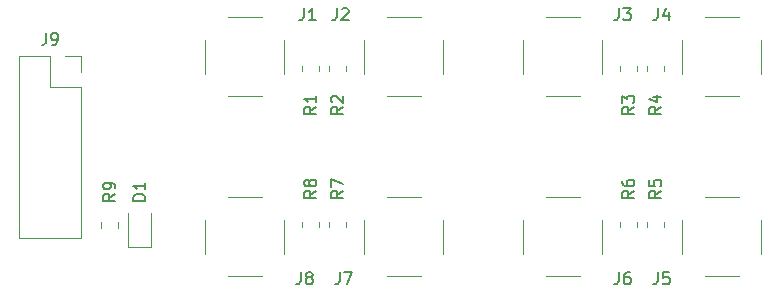
<source format=gto>
G04 #@! TF.GenerationSoftware,KiCad,Pcbnew,(6.0.6)*
G04 #@! TF.CreationDate,2022-07-31T00:45:43+09:00*
G04 #@! TF.ProjectId,mt_pmodsma,6d745f70-6d6f-4647-936d-612e6b696361,rev?*
G04 #@! TF.SameCoordinates,Original*
G04 #@! TF.FileFunction,Legend,Top*
G04 #@! TF.FilePolarity,Positive*
%FSLAX46Y46*%
G04 Gerber Fmt 4.6, Leading zero omitted, Abs format (unit mm)*
G04 Created by KiCad (PCBNEW (6.0.6)) date 2022-07-31 00:45:43*
%MOMM*%
%LPD*%
G01*
G04 APERTURE LIST*
%ADD10C,0.150000*%
%ADD11C,0.120000*%
G04 APERTURE END LIST*
D10*
X132762666Y-122388380D02*
X132762666Y-123102666D01*
X132715047Y-123245523D01*
X132619809Y-123340761D01*
X132476952Y-123388380D01*
X132381714Y-123388380D01*
X133715047Y-122388380D02*
X133238857Y-122388380D01*
X133191238Y-122864571D01*
X133238857Y-122816952D01*
X133334095Y-122769333D01*
X133572190Y-122769333D01*
X133667428Y-122816952D01*
X133715047Y-122864571D01*
X133762666Y-122959809D01*
X133762666Y-123197904D01*
X133715047Y-123293142D01*
X133667428Y-123340761D01*
X133572190Y-123388380D01*
X133334095Y-123388380D01*
X133238857Y-123340761D01*
X133191238Y-123293142D01*
X80966666Y-102117380D02*
X80966666Y-102831666D01*
X80919047Y-102974523D01*
X80823809Y-103069761D01*
X80680952Y-103117380D01*
X80585714Y-103117380D01*
X81490476Y-103117380D02*
X81680952Y-103117380D01*
X81776190Y-103069761D01*
X81823809Y-103022142D01*
X81919047Y-102879285D01*
X81966666Y-102688809D01*
X81966666Y-102307857D01*
X81919047Y-102212619D01*
X81871428Y-102165000D01*
X81776190Y-102117380D01*
X81585714Y-102117380D01*
X81490476Y-102165000D01*
X81442857Y-102212619D01*
X81395238Y-102307857D01*
X81395238Y-102545952D01*
X81442857Y-102641190D01*
X81490476Y-102688809D01*
X81585714Y-102736428D01*
X81776190Y-102736428D01*
X81871428Y-102688809D01*
X81919047Y-102641190D01*
X81966666Y-102545952D01*
X130754380Y-108370666D02*
X130278190Y-108704000D01*
X130754380Y-108942095D02*
X129754380Y-108942095D01*
X129754380Y-108561142D01*
X129802000Y-108465904D01*
X129849619Y-108418285D01*
X129944857Y-108370666D01*
X130087714Y-108370666D01*
X130182952Y-108418285D01*
X130230571Y-108465904D01*
X130278190Y-108561142D01*
X130278190Y-108942095D01*
X129754380Y-108037333D02*
X129754380Y-107418285D01*
X130135333Y-107751619D01*
X130135333Y-107608761D01*
X130182952Y-107513523D01*
X130230571Y-107465904D01*
X130325809Y-107418285D01*
X130563904Y-107418285D01*
X130659142Y-107465904D01*
X130706761Y-107513523D01*
X130754380Y-107608761D01*
X130754380Y-107894476D01*
X130706761Y-107989714D01*
X130659142Y-108037333D01*
X102536666Y-122388380D02*
X102536666Y-123102666D01*
X102489047Y-123245523D01*
X102393809Y-123340761D01*
X102250952Y-123388380D01*
X102155714Y-123388380D01*
X103155714Y-122816952D02*
X103060476Y-122769333D01*
X103012857Y-122721714D01*
X102965238Y-122626476D01*
X102965238Y-122578857D01*
X103012857Y-122483619D01*
X103060476Y-122436000D01*
X103155714Y-122388380D01*
X103346190Y-122388380D01*
X103441428Y-122436000D01*
X103489047Y-122483619D01*
X103536666Y-122578857D01*
X103536666Y-122626476D01*
X103489047Y-122721714D01*
X103441428Y-122769333D01*
X103346190Y-122816952D01*
X103155714Y-122816952D01*
X103060476Y-122864571D01*
X103012857Y-122912190D01*
X102965238Y-123007428D01*
X102965238Y-123197904D01*
X103012857Y-123293142D01*
X103060476Y-123340761D01*
X103155714Y-123388380D01*
X103346190Y-123388380D01*
X103441428Y-123340761D01*
X103489047Y-123293142D01*
X103536666Y-123197904D01*
X103536666Y-123007428D01*
X103489047Y-122912190D01*
X103441428Y-122864571D01*
X103346190Y-122816952D01*
X106116380Y-108370666D02*
X105640190Y-108704000D01*
X106116380Y-108942095D02*
X105116380Y-108942095D01*
X105116380Y-108561142D01*
X105164000Y-108465904D01*
X105211619Y-108418285D01*
X105306857Y-108370666D01*
X105449714Y-108370666D01*
X105544952Y-108418285D01*
X105592571Y-108465904D01*
X105640190Y-108561142D01*
X105640190Y-108942095D01*
X105211619Y-107989714D02*
X105164000Y-107942095D01*
X105116380Y-107846857D01*
X105116380Y-107608761D01*
X105164000Y-107513523D01*
X105211619Y-107465904D01*
X105306857Y-107418285D01*
X105402095Y-107418285D01*
X105544952Y-107465904D01*
X106116380Y-108037333D01*
X106116380Y-107418285D01*
X105838666Y-122388380D02*
X105838666Y-123102666D01*
X105791047Y-123245523D01*
X105695809Y-123340761D01*
X105552952Y-123388380D01*
X105457714Y-123388380D01*
X106219619Y-122388380D02*
X106886285Y-122388380D01*
X106457714Y-123388380D01*
X105584666Y-100036380D02*
X105584666Y-100750666D01*
X105537047Y-100893523D01*
X105441809Y-100988761D01*
X105298952Y-101036380D01*
X105203714Y-101036380D01*
X106013238Y-100131619D02*
X106060857Y-100084000D01*
X106156095Y-100036380D01*
X106394190Y-100036380D01*
X106489428Y-100084000D01*
X106537047Y-100131619D01*
X106584666Y-100226857D01*
X106584666Y-100322095D01*
X106537047Y-100464952D01*
X105965619Y-101036380D01*
X106584666Y-101036380D01*
X130754380Y-115482666D02*
X130278190Y-115816000D01*
X130754380Y-116054095D02*
X129754380Y-116054095D01*
X129754380Y-115673142D01*
X129802000Y-115577904D01*
X129849619Y-115530285D01*
X129944857Y-115482666D01*
X130087714Y-115482666D01*
X130182952Y-115530285D01*
X130230571Y-115577904D01*
X130278190Y-115673142D01*
X130278190Y-116054095D01*
X129754380Y-114625523D02*
X129754380Y-114816000D01*
X129802000Y-114911238D01*
X129849619Y-114958857D01*
X129992476Y-115054095D01*
X130182952Y-115101714D01*
X130563904Y-115101714D01*
X130659142Y-115054095D01*
X130706761Y-115006476D01*
X130754380Y-114911238D01*
X130754380Y-114720761D01*
X130706761Y-114625523D01*
X130659142Y-114577904D01*
X130563904Y-114530285D01*
X130325809Y-114530285D01*
X130230571Y-114577904D01*
X130182952Y-114625523D01*
X130135333Y-114720761D01*
X130135333Y-114911238D01*
X130182952Y-115006476D01*
X130230571Y-115054095D01*
X130325809Y-115101714D01*
X89352380Y-116308095D02*
X88352380Y-116308095D01*
X88352380Y-116070000D01*
X88400000Y-115927142D01*
X88495238Y-115831904D01*
X88590476Y-115784285D01*
X88780952Y-115736666D01*
X88923809Y-115736666D01*
X89114285Y-115784285D01*
X89209523Y-115831904D01*
X89304761Y-115927142D01*
X89352380Y-116070000D01*
X89352380Y-116308095D01*
X89352380Y-114784285D02*
X89352380Y-115355714D01*
X89352380Y-115070000D02*
X88352380Y-115070000D01*
X88495238Y-115165238D01*
X88590476Y-115260476D01*
X88638095Y-115355714D01*
X106116380Y-115482666D02*
X105640190Y-115816000D01*
X106116380Y-116054095D02*
X105116380Y-116054095D01*
X105116380Y-115673142D01*
X105164000Y-115577904D01*
X105211619Y-115530285D01*
X105306857Y-115482666D01*
X105449714Y-115482666D01*
X105544952Y-115530285D01*
X105592571Y-115577904D01*
X105640190Y-115673142D01*
X105640190Y-116054095D01*
X105116380Y-115149333D02*
X105116380Y-114482666D01*
X106116380Y-114911238D01*
X132762666Y-100036380D02*
X132762666Y-100750666D01*
X132715047Y-100893523D01*
X132619809Y-100988761D01*
X132476952Y-101036380D01*
X132381714Y-101036380D01*
X133667428Y-100369714D02*
X133667428Y-101036380D01*
X133429333Y-99988761D02*
X133191238Y-100703047D01*
X133810285Y-100703047D01*
X129460666Y-122388380D02*
X129460666Y-123102666D01*
X129413047Y-123245523D01*
X129317809Y-123340761D01*
X129174952Y-123388380D01*
X129079714Y-123388380D01*
X130365428Y-122388380D02*
X130174952Y-122388380D01*
X130079714Y-122436000D01*
X130032095Y-122483619D01*
X129936857Y-122626476D01*
X129889238Y-122816952D01*
X129889238Y-123197904D01*
X129936857Y-123293142D01*
X129984476Y-123340761D01*
X130079714Y-123388380D01*
X130270190Y-123388380D01*
X130365428Y-123340761D01*
X130413047Y-123293142D01*
X130460666Y-123197904D01*
X130460666Y-122959809D01*
X130413047Y-122864571D01*
X130365428Y-122816952D01*
X130270190Y-122769333D01*
X130079714Y-122769333D01*
X129984476Y-122816952D01*
X129936857Y-122864571D01*
X129889238Y-122959809D01*
X133040380Y-108370666D02*
X132564190Y-108704000D01*
X133040380Y-108942095D02*
X132040380Y-108942095D01*
X132040380Y-108561142D01*
X132088000Y-108465904D01*
X132135619Y-108418285D01*
X132230857Y-108370666D01*
X132373714Y-108370666D01*
X132468952Y-108418285D01*
X132516571Y-108465904D01*
X132564190Y-108561142D01*
X132564190Y-108942095D01*
X132373714Y-107513523D02*
X133040380Y-107513523D01*
X131992761Y-107751619D02*
X132707047Y-107989714D01*
X132707047Y-107370666D01*
X102790666Y-100036380D02*
X102790666Y-100750666D01*
X102743047Y-100893523D01*
X102647809Y-100988761D01*
X102504952Y-101036380D01*
X102409714Y-101036380D01*
X103790666Y-101036380D02*
X103219238Y-101036380D01*
X103504952Y-101036380D02*
X103504952Y-100036380D01*
X103409714Y-100179238D01*
X103314476Y-100274476D01*
X103219238Y-100322095D01*
X86812380Y-115736666D02*
X86336190Y-116070000D01*
X86812380Y-116308095D02*
X85812380Y-116308095D01*
X85812380Y-115927142D01*
X85860000Y-115831904D01*
X85907619Y-115784285D01*
X86002857Y-115736666D01*
X86145714Y-115736666D01*
X86240952Y-115784285D01*
X86288571Y-115831904D01*
X86336190Y-115927142D01*
X86336190Y-116308095D01*
X86812380Y-115260476D02*
X86812380Y-115070000D01*
X86764761Y-114974761D01*
X86717142Y-114927142D01*
X86574285Y-114831904D01*
X86383809Y-114784285D01*
X86002857Y-114784285D01*
X85907619Y-114831904D01*
X85860000Y-114879523D01*
X85812380Y-114974761D01*
X85812380Y-115165238D01*
X85860000Y-115260476D01*
X85907619Y-115308095D01*
X86002857Y-115355714D01*
X86240952Y-115355714D01*
X86336190Y-115308095D01*
X86383809Y-115260476D01*
X86431428Y-115165238D01*
X86431428Y-114974761D01*
X86383809Y-114879523D01*
X86336190Y-114831904D01*
X86240952Y-114784285D01*
X103830380Y-115482666D02*
X103354190Y-115816000D01*
X103830380Y-116054095D02*
X102830380Y-116054095D01*
X102830380Y-115673142D01*
X102878000Y-115577904D01*
X102925619Y-115530285D01*
X103020857Y-115482666D01*
X103163714Y-115482666D01*
X103258952Y-115530285D01*
X103306571Y-115577904D01*
X103354190Y-115673142D01*
X103354190Y-116054095D01*
X103258952Y-114911238D02*
X103211333Y-115006476D01*
X103163714Y-115054095D01*
X103068476Y-115101714D01*
X103020857Y-115101714D01*
X102925619Y-115054095D01*
X102878000Y-115006476D01*
X102830380Y-114911238D01*
X102830380Y-114720761D01*
X102878000Y-114625523D01*
X102925619Y-114577904D01*
X103020857Y-114530285D01*
X103068476Y-114530285D01*
X103163714Y-114577904D01*
X103211333Y-114625523D01*
X103258952Y-114720761D01*
X103258952Y-114911238D01*
X103306571Y-115006476D01*
X103354190Y-115054095D01*
X103449428Y-115101714D01*
X103639904Y-115101714D01*
X103735142Y-115054095D01*
X103782761Y-115006476D01*
X103830380Y-114911238D01*
X103830380Y-114720761D01*
X103782761Y-114625523D01*
X103735142Y-114577904D01*
X103639904Y-114530285D01*
X103449428Y-114530285D01*
X103354190Y-114577904D01*
X103306571Y-114625523D01*
X103258952Y-114720761D01*
X103830380Y-108370666D02*
X103354190Y-108704000D01*
X103830380Y-108942095D02*
X102830380Y-108942095D01*
X102830380Y-108561142D01*
X102878000Y-108465904D01*
X102925619Y-108418285D01*
X103020857Y-108370666D01*
X103163714Y-108370666D01*
X103258952Y-108418285D01*
X103306571Y-108465904D01*
X103354190Y-108561142D01*
X103354190Y-108942095D01*
X103830380Y-107418285D02*
X103830380Y-107989714D01*
X103830380Y-107704000D02*
X102830380Y-107704000D01*
X102973238Y-107799238D01*
X103068476Y-107894476D01*
X103116095Y-107989714D01*
X129460666Y-100036380D02*
X129460666Y-100750666D01*
X129413047Y-100893523D01*
X129317809Y-100988761D01*
X129174952Y-101036380D01*
X129079714Y-101036380D01*
X129841619Y-100036380D02*
X130460666Y-100036380D01*
X130127333Y-100417333D01*
X130270190Y-100417333D01*
X130365428Y-100464952D01*
X130413047Y-100512571D01*
X130460666Y-100607809D01*
X130460666Y-100845904D01*
X130413047Y-100941142D01*
X130365428Y-100988761D01*
X130270190Y-101036380D01*
X129984476Y-101036380D01*
X129889238Y-100988761D01*
X129841619Y-100941142D01*
X133040380Y-115482666D02*
X132564190Y-115816000D01*
X133040380Y-116054095D02*
X132040380Y-116054095D01*
X132040380Y-115673142D01*
X132088000Y-115577904D01*
X132135619Y-115530285D01*
X132230857Y-115482666D01*
X132373714Y-115482666D01*
X132468952Y-115530285D01*
X132516571Y-115577904D01*
X132564190Y-115673142D01*
X132564190Y-116054095D01*
X132040380Y-114577904D02*
X132040380Y-115054095D01*
X132516571Y-115101714D01*
X132468952Y-115054095D01*
X132421333Y-114958857D01*
X132421333Y-114720761D01*
X132468952Y-114625523D01*
X132516571Y-114577904D01*
X132611809Y-114530285D01*
X132849904Y-114530285D01*
X132945142Y-114577904D01*
X132992761Y-114625523D01*
X133040380Y-114720761D01*
X133040380Y-114958857D01*
X132992761Y-115054095D01*
X132945142Y-115101714D01*
D11*
X136726000Y-122735000D02*
X139626000Y-122735000D01*
X134821000Y-117930000D02*
X134821000Y-120830000D01*
X141531000Y-117930000D02*
X141531000Y-120830000D01*
X136726000Y-116025000D02*
X139626000Y-116025000D01*
X81300000Y-106705000D02*
X83900000Y-106705000D01*
X83900000Y-104105000D02*
X83900000Y-105435000D01*
X78700000Y-104105000D02*
X78700000Y-119465000D01*
X83900000Y-106705000D02*
X83900000Y-119465000D01*
X78700000Y-119465000D02*
X83900000Y-119465000D01*
X78700000Y-104105000D02*
X81300000Y-104105000D01*
X82570000Y-104105000D02*
X83900000Y-104105000D01*
X81300000Y-104105000D02*
X81300000Y-106705000D01*
X131037000Y-104912936D02*
X131037000Y-105367064D01*
X129567000Y-104912936D02*
X129567000Y-105367064D01*
X94435000Y-117930000D02*
X94435000Y-120830000D01*
X96340000Y-116025000D02*
X99240000Y-116025000D01*
X96340000Y-122735000D02*
X99240000Y-122735000D01*
X101145000Y-117930000D02*
X101145000Y-120830000D01*
X106399000Y-104912936D02*
X106399000Y-105367064D01*
X104929000Y-104912936D02*
X104929000Y-105367064D01*
X109802000Y-122735000D02*
X112702000Y-122735000D01*
X109802000Y-116025000D02*
X112702000Y-116025000D01*
X107897000Y-117930000D02*
X107897000Y-120830000D01*
X114607000Y-117930000D02*
X114607000Y-120830000D01*
X109802000Y-107495000D02*
X112702000Y-107495000D01*
X114607000Y-102690000D02*
X114607000Y-105590000D01*
X109802000Y-100785000D02*
X112702000Y-100785000D01*
X107897000Y-102690000D02*
X107897000Y-105590000D01*
X129567000Y-118591064D02*
X129567000Y-118136936D01*
X131037000Y-118591064D02*
X131037000Y-118136936D01*
X87940000Y-120215000D02*
X89860000Y-120215000D01*
X87940000Y-117355000D02*
X87940000Y-120215000D01*
X89860000Y-120215000D02*
X89860000Y-117355000D01*
X104929000Y-118591064D02*
X104929000Y-118136936D01*
X106399000Y-118591064D02*
X106399000Y-118136936D01*
X136726000Y-100785000D02*
X139626000Y-100785000D01*
X141531000Y-102690000D02*
X141531000Y-105590000D01*
X134821000Y-102690000D02*
X134821000Y-105590000D01*
X136726000Y-107495000D02*
X139626000Y-107495000D01*
X123264000Y-122735000D02*
X126164000Y-122735000D01*
X121359000Y-117930000D02*
X121359000Y-120830000D01*
X128069000Y-117930000D02*
X128069000Y-120830000D01*
X123264000Y-116025000D02*
X126164000Y-116025000D01*
X131853000Y-104912936D02*
X131853000Y-105367064D01*
X133323000Y-104912936D02*
X133323000Y-105367064D01*
X94435000Y-102690000D02*
X94435000Y-105590000D01*
X96340000Y-100785000D02*
X99240000Y-100785000D01*
X101145000Y-102690000D02*
X101145000Y-105590000D01*
X96340000Y-107495000D02*
X99240000Y-107495000D01*
X87095000Y-118152936D02*
X87095000Y-118607064D01*
X85625000Y-118152936D02*
X85625000Y-118607064D01*
X102643000Y-118575064D02*
X102643000Y-118120936D01*
X104113000Y-118575064D02*
X104113000Y-118120936D01*
X102643000Y-104912936D02*
X102643000Y-105367064D01*
X104113000Y-104912936D02*
X104113000Y-105367064D01*
X123264000Y-100785000D02*
X126164000Y-100785000D01*
X123264000Y-107495000D02*
X126164000Y-107495000D01*
X128069000Y-102690000D02*
X128069000Y-105590000D01*
X121359000Y-102690000D02*
X121359000Y-105590000D01*
X133323000Y-118591064D02*
X133323000Y-118136936D01*
X131853000Y-118591064D02*
X131853000Y-118136936D01*
M02*

</source>
